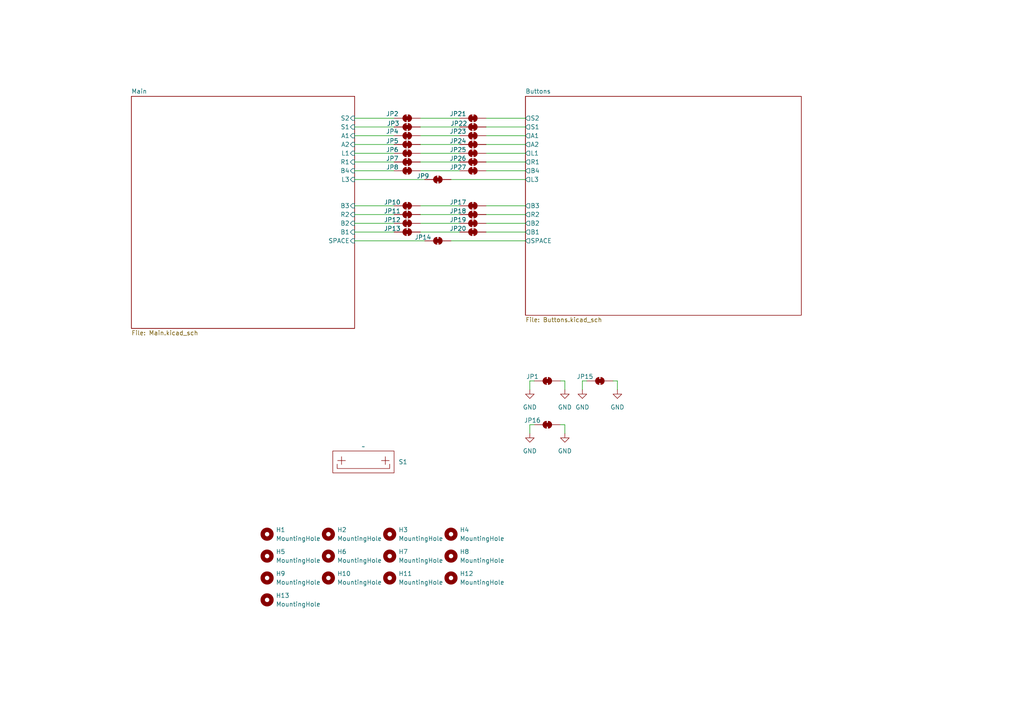
<source format=kicad_sch>
(kicad_sch (version 20231120) (generator "eeschema") (generator_version "8.0")
  (paper "A4")
  (lib_symbols
    (symbol "Jumper:SolderJumper_2_Bridged" (pin_numbers hide) (pin_names (offset 0) hide) (exclude_from_sim yes) (in_bom no)
      (property "Reference" "JP" (at 0 2.032 0))
      (property "Value" "SolderJumper_2_Bridged" (at 0 -2.54 0))
      (symbol "SolderJumper_2_Bridged_0_1"
        (rectangle (start -0.508 0.508) (end 0.508 -0.508) (fill (type outline)))
        (arc (start -0.254 1.016) (mid -1.2656 0) (end -0.254 -1.016))
        (arc (start -0.254 1.016) (mid -1.2656 0) (end -0.254 -1.016) (fill (type outline)))
        (polyline (pts (xy -0.254 1.016) (xy -0.254 -1.016)))
        (polyline (pts (xy 0.254 1.016) (xy 0.254 -1.016)))
        (arc (start 0.254 -1.016) (mid 1.2656 0) (end 0.254 1.016))
        (arc (start 0.254 -1.016) (mid 1.2656 0) (end 0.254 1.016) (fill (type outline)))
      )
      (symbol "SolderJumper_2_Bridged_1_1"
        (pin passive line (at -3.81 0 0) (length 2.54) (name "A") (number "1"))
        (pin passive line (at 3.81 0 180) (length 2.54) (name "B") (number "2"))
      )
    )
    (symbol "Keyboard:Stabilizer_MX_2u" (in_bom no)
      (property "Reference" "S" (at 0 0 0))
      (symbol "Stabilizer_MX_2u_0_1"
        (rectangle (start -8.89 -1.27) (end 8.89 -7.62))
      )
      (symbol "Stabilizer_MX_2u_1_1"
        (polyline (pts (xy -7.62 -5.08) (xy -7.62 -6.35) (xy 7.62 -6.35) (xy 7.62 -5.08)))
        (text "+" (at -6.35 -3.81 0) (effects (font (size 3 3))))
        (text "+" (at 6.35 -3.81 0) (effects (font (size 3 3))))
      )
    )
    (symbol "Mechanical:MountingHole" (pin_names (offset 1.016)) (exclude_from_sim yes) (in_bom no)
      (property "Reference" "H" (at 0 5.08 0))
      (property "Value" "MountingHole" (at 0 3.175 0))
      (symbol "MountingHole_0_1"
        (circle (center 0 0) (radius 1.27) (stroke (width 1.27)))
      )
    )
    (symbol "power:GND" (power) (pin_numbers hide) (pin_names (offset 0) hide)
      (property "Value" "GND" (at 0 -3.81 0))
      (symbol "GND_0_1"
        (polyline (pts (xy 0 0) (xy 0 -1.27) (xy 1.27 -1.27) (xy 0 -2.54) (xy -1.27 -1.27) (xy 0 -1.27)))
      )
      (symbol "GND_1_1"
        (pin power_in line (at 0 0 270) (length 0) (name "~") (number "1"))
      )
    )
  )
  (wire (pts (xy 140.97 39.37) (xy 152.4 39.37)))
  (wire (pts (xy 168.91 110.49) (xy 168.91 113.03)))
  (wire (pts (xy 102.87 41.91) (xy 114.3 41.91)))
  (wire (pts (xy 140.97 41.91) (xy 152.4 41.91)))
  (wire (pts (xy 170.18 110.49) (xy 168.91 110.49)))
  (wire (pts (xy 153.67 123.19) (xy 153.67 125.73)))
  (wire (pts (xy 121.92 59.69) (xy 133.35 59.69)))
  (wire (pts (xy 121.92 36.83) (xy 133.35 36.83)))
  (wire (pts (xy 179.07 110.49) (xy 177.8 110.49)))
  (wire (pts (xy 140.97 34.29) (xy 152.4 34.29)))
  (wire (pts (xy 179.07 113.03) (xy 179.07 110.49)))
  (wire (pts (xy 163.83 113.03) (xy 163.83 110.49)))
  (wire (pts (xy 102.87 44.45) (xy 114.3 44.45)))
  (wire (pts (xy 102.87 59.69) (xy 114.3 59.69)))
  (wire (pts (xy 102.87 46.99) (xy 114.3 46.99)))
  (wire (pts (xy 140.97 62.23) (xy 152.4 62.23)))
  (wire (pts (xy 121.92 34.29) (xy 133.35 34.29)))
  (wire (pts (xy 130.81 69.85) (xy 152.4 69.85)))
  (wire (pts (xy 102.87 67.31) (xy 114.3 67.31)))
  (wire (pts (xy 102.87 62.23) (xy 114.3 62.23)))
  (wire (pts (xy 140.97 59.69) (xy 152.4 59.69)))
  (wire (pts (xy 102.87 36.83) (xy 114.3 36.83)))
  (wire (pts (xy 130.81 52.07) (xy 152.4 52.07)))
  (wire (pts (xy 121.92 39.37) (xy 133.35 39.37)))
  (wire (pts (xy 102.87 39.37) (xy 114.3 39.37)))
  (wire (pts (xy 140.97 67.31) (xy 152.4 67.31)))
  (wire (pts (xy 154.94 110.49) (xy 153.67 110.49)))
  (wire (pts (xy 140.97 64.77) (xy 152.4 64.77)))
  (wire (pts (xy 121.92 46.99) (xy 133.35 46.99)))
  (wire (pts (xy 102.87 34.29) (xy 114.3 34.29)))
  (wire (pts (xy 102.87 69.85) (xy 123.19 69.85)))
  (wire (pts (xy 154.94 123.19) (xy 153.67 123.19)))
  (wire (pts (xy 140.97 36.83) (xy 152.4 36.83)))
  (wire (pts (xy 121.92 41.91) (xy 133.35 41.91)))
  (wire (pts (xy 140.97 44.45) (xy 152.4 44.45)))
  (wire (pts (xy 121.92 64.77) (xy 133.35 64.77)))
  (wire (pts (xy 121.92 62.23) (xy 133.35 62.23)))
  (wire (pts (xy 102.87 64.77) (xy 114.3 64.77)))
  (wire (pts (xy 163.83 125.73) (xy 163.83 123.19)))
  (wire (pts (xy 121.92 44.45) (xy 133.35 44.45)))
  (wire (pts (xy 121.92 49.53) (xy 133.35 49.53)))
  (wire (pts (xy 140.97 49.53) (xy 152.4 49.53)))
  (wire (pts (xy 140.97 46.99) (xy 152.4 46.99)))
  (wire (pts (xy 102.87 49.53) (xy 114.3 49.53)))
  (wire (pts (xy 153.67 110.49) (xy 153.67 113.03)))
  (wire (pts (xy 163.83 110.49) (xy 162.56 110.49)))
  (wire (pts (xy 163.83 123.19) (xy 162.56 123.19)))
  (wire (pts (xy 121.92 67.31) (xy 133.35 67.31)))
  (wire (pts (xy 102.87 52.07) (xy 123.19 52.07)))
  (symbol (lib_id "Mechanical:MountingHole") (at 77.47 167.64 0) (unit 1) (exclude_from_sim yes) (in_bom no)
    (property "Reference" "H9" (at 80.01 166.3699 0) (effects (justify left)))
    (property "Value" "MountingHole" (at 80.01 168.9099 0) (effects (justify left)))
    (property "Footprint" "MountingHole:MountingHole_3.2mm_M3" (effects (hide yes)))
    (property "Description" "Mounting Hole without connection" (effects (hide yes)))
  )
  (symbol (lib_id "power:GND") (at 179.07 113.03 0) (unit 1)
    (property "Reference" "#PWR048" (effects (hide yes)))
    (property "Value" "GND" (at 179.07 118.11 0))
    (property "Description" "Power symbol creates a global label with name \"GND\" , ground" (effects (hide yes)))
  )
  (symbol (lib_id "Mechanical:MountingHole") (at 113.03 161.29 0) (unit 1) (exclude_from_sim yes) (in_bom no)
    (property "Reference" "H7" (at 115.57 160.0199 0) (effects (justify left)))
    (property "Value" "MountingHole" (at 115.57 162.5599 0) (effects (justify left)))
    (property "Footprint" "MountingHole:MountingHole_3.2mm_M3" (effects (hide yes)))
    (property "Description" "Mounting Hole without connection" (effects (hide yes)))
  )
  (symbol (lib_id "Jumper:SolderJumper_2_Bridged") (at 118.11 44.45 0) (unit 1) (exclude_from_sim yes) (in_bom no)
    (property "Reference" "JP6" (at 113.792 43.434 0))
    (property "Value" "SolderJumper_2_Bridged" (effects (hide yes)))
    (property "Footprint" "Fightstick_Library:EdgeSolderJumper-2_P1.3mm_Bridged_RoundedPad1.0x1.5mm" (effects (hide yes)))
    (property "Description" "Solder Jumper, 2-pole, closed/bridged" (effects (hide yes)))
  )
  (symbol (lib_id "Mechanical:MountingHole") (at 95.25 161.29 0) (unit 1) (exclude_from_sim yes) (in_bom no)
    (property "Reference" "H6" (at 97.79 160.0199 0) (effects (justify left)))
    (property "Value" "MountingHole" (at 97.79 162.5599 0) (effects (justify left)))
    (property "Footprint" "MountingHole:MountingHole_3.2mm_M3" (effects (hide yes)))
    (property "Description" "Mounting Hole without connection" (effects (hide yes)))
  )
  (symbol (lib_id "Jumper:SolderJumper_2_Bridged") (at 173.99 110.49 0) (unit 1) (exclude_from_sim yes) (in_bom no)
    (property "Reference" "JP15" (at 169.672 109.22 0))
    (property "Value" "SolderJumper_2_Bridged" (effects (hide yes)))
    (property "Footprint" "Fightstick_Library:EdgeSolderJumper-2_P1.3mm_Bridged_RoundedPad1.0x1.5mm" (effects (hide yes)))
    (property "Description" "Solder Jumper, 2-pole, closed/bridged" (effects (hide yes)))
  )
  (symbol (lib_id "Jumper:SolderJumper_2_Bridged") (at 118.11 36.83 0) (unit 1) (exclude_from_sim yes) (in_bom no)
    (property "Reference" "JP3" (at 114.046 35.814 0))
    (property "Value" "SolderJumper_2_Bridged" (effects (hide yes)))
    (property "Footprint" "Fightstick_Library:EdgeSolderJumper-2_P1.3mm_Bridged_RoundedPad1.0x1.5mm" (effects (hide yes)))
    (property "Description" "Solder Jumper, 2-pole, closed/bridged" (effects (hide yes)))
  )
  (symbol (lib_id "Mechanical:MountingHole") (at 77.47 161.29 0) (unit 1) (exclude_from_sim yes) (in_bom no)
    (property "Reference" "H5" (at 80.01 160.0199 0) (effects (justify left)))
    (property "Value" "MountingHole" (at 80.01 162.5599 0) (effects (justify left)))
    (property "Footprint" "MountingHole:MountingHole_3.2mm_M3" (effects (hide yes)))
    (property "Description" "Mounting Hole without connection" (effects (hide yes)))
  )
  (symbol (lib_id "Jumper:SolderJumper_2_Bridged") (at 118.11 64.77 0) (unit 1) (exclude_from_sim yes) (in_bom no)
    (property "Reference" "JP12" (at 113.792 63.754 0))
    (property "Value" "SolderJumper_2_Bridged" (effects (hide yes)))
    (property "Footprint" "Fightstick_Library:EdgeSolderJumper-2_P1.3mm_Bridged_RoundedPad1.0x1.5mm" (effects (hide yes)))
    (property "Description" "Solder Jumper, 2-pole, closed/bridged" (effects (hide yes)))
  )
  (symbol (lib_id "Mechanical:MountingHole") (at 130.81 154.94 0) (unit 1) (exclude_from_sim yes) (in_bom no)
    (property "Reference" "H4" (at 133.35 153.6699 0) (effects (justify left)))
    (property "Value" "MountingHole" (at 133.35 156.2099 0) (effects (justify left)))
    (property "Footprint" "MountingHole:MountingHole_3.2mm_M3" (effects (hide yes)))
    (property "Description" "Mounting Hole without connection" (effects (hide yes)))
  )
  (symbol (lib_id "Jumper:SolderJumper_2_Bridged") (at 127 69.85 0) (unit 1) (exclude_from_sim yes) (in_bom no)
    (property "Reference" "JP14" (at 122.682 68.834 0))
    (property "Value" "SolderJumper_2_Bridged" (effects (hide yes)))
    (property "Footprint" "Fightstick_Library:EdgeSolderJumper-2_P1.3mm_Bridged_RoundedPad1.0x1.5mm" (effects (hide yes)))
    (property "Description" "Solder Jumper, 2-pole, closed/bridged" (effects (hide yes)))
  )
  (symbol (lib_id "Jumper:SolderJumper_2_Bridged") (at 118.11 41.91 0) (unit 1) (exclude_from_sim yes) (in_bom no)
    (property "Reference" "JP5" (at 113.792 40.894 0))
    (property "Value" "SolderJumper_2_Bridged" (effects (hide yes)))
    (property "Footprint" "Fightstick_Library:EdgeSolderJumper-2_P1.3mm_Bridged_RoundedPad1.0x1.5mm" (effects (hide yes)))
    (property "Description" "Solder Jumper, 2-pole, closed/bridged" (effects (hide yes)))
  )
  (symbol (lib_id "Jumper:SolderJumper_2_Bridged") (at 118.11 62.23 0) (unit 1) (exclude_from_sim yes) (in_bom no)
    (property "Reference" "JP11" (at 113.792 61.214 0))
    (property "Value" "SolderJumper_2_Bridged" (effects (hide yes)))
    (property "Footprint" "Fightstick_Library:EdgeSolderJumper-2_P1.3mm_Bridged_RoundedPad1.0x1.5mm" (effects (hide yes)))
    (property "Description" "Solder Jumper, 2-pole, closed/bridged" (effects (hide yes)))
  )
  (symbol (lib_id "Jumper:SolderJumper_2_Bridged") (at 137.16 44.45 0) (unit 1) (exclude_from_sim yes) (in_bom no)
    (property "Reference" "JP25" (at 132.842 43.434 0))
    (property "Value" "SolderJumper_2_Bridged" (effects (hide yes)))
    (property "Footprint" "Fightstick_Library:EdgeSolderJumper-2_P1.3mm_Bridged_RoundedPad1.0x1.5mm" (effects (hide yes)))
    (property "Description" "Solder Jumper, 2-pole, closed/bridged" (effects (hide yes)))
  )
  (symbol (lib_id "Jumper:SolderJumper_2_Bridged") (at 158.75 123.19 0) (unit 1) (exclude_from_sim yes) (in_bom no)
    (property "Reference" "JP16" (at 154.432 121.92 0))
    (property "Value" "SolderJumper_2_Bridged" (effects (hide yes)))
    (property "Footprint" "Fightstick_Library:EdgeSolderJumper-2_P1.3mm_Bridged_RoundedPad1.0x1.5mm" (effects (hide yes)))
    (property "Description" "Solder Jumper, 2-pole, closed/bridged" (effects (hide yes)))
  )
  (symbol (lib_id "Jumper:SolderJumper_2_Bridged") (at 137.16 59.69 0) (unit 1) (exclude_from_sim yes) (in_bom no)
    (property "Reference" "JP17" (at 132.842 58.674 0))
    (property "Value" "SolderJumper_2_Bridged" (effects (hide yes)))
    (property "Footprint" "Fightstick_Library:EdgeSolderJumper-2_P1.3mm_Bridged_RoundedPad1.0x1.5mm" (effects (hide yes)))
    (property "Description" "Solder Jumper, 2-pole, closed/bridged" (effects (hide yes)))
  )
  (symbol (lib_id "Jumper:SolderJumper_2_Bridged") (at 118.11 49.53 0) (unit 1) (exclude_from_sim yes) (in_bom no)
    (property "Reference" "JP8" (at 113.792 48.514 0))
    (property "Value" "SolderJumper_2_Bridged" (effects (hide yes)))
    (property "Footprint" "Fightstick_Library:EdgeSolderJumper-2_P1.3mm_Bridged_RoundedPad1.0x1.5mm" (effects (hide yes)))
    (property "Description" "Solder Jumper, 2-pole, closed/bridged" (effects (hide yes)))
  )
  (symbol (lib_id "Jumper:SolderJumper_2_Bridged") (at 118.11 46.99 0) (unit 1) (exclude_from_sim yes) (in_bom no)
    (property "Reference" "JP7" (at 113.792 45.974 0))
    (property "Value" "SolderJumper_2_Bridged" (effects (hide yes)))
    (property "Footprint" "Fightstick_Library:EdgeSolderJumper-2_P1.3mm_Bridged_RoundedPad1.0x1.5mm" (effects (hide yes)))
    (property "Description" "Solder Jumper, 2-pole, closed/bridged" (effects (hide yes)))
  )
  (symbol (lib_id "Mechanical:MountingHole") (at 95.25 154.94 0) (unit 1) (exclude_from_sim yes) (in_bom no)
    (property "Reference" "H2" (at 97.79 153.6699 0) (effects (justify left)))
    (property "Value" "MountingHole" (at 97.79 156.2099 0) (effects (justify left)))
    (property "Footprint" "MountingHole:MountingHole_3.2mm_M3" (effects (hide yes)))
    (property "Description" "Mounting Hole without connection" (effects (hide yes)))
  )
  (symbol (lib_id "power:GND") (at 168.91 113.03 0) (unit 1)
    (property "Reference" "#PWR047" (effects (hide yes)))
    (property "Value" "GND" (at 168.91 118.11 0))
    (property "Description" "Power symbol creates a global label with name \"GND\" , ground" (effects (hide yes)))
  )
  (symbol (lib_id "Jumper:SolderJumper_2_Bridged") (at 137.16 67.31 0) (unit 1) (exclude_from_sim yes) (in_bom no)
    (property "Reference" "JP20" (at 132.842 66.294 0))
    (property "Value" "SolderJumper_2_Bridged" (effects (hide yes)))
    (property "Footprint" "Fightstick_Library:EdgeSolderJumper-2_P1.3mm_Bridged_RoundedPad1.0x1.5mm" (effects (hide yes)))
    (property "Description" "Solder Jumper, 2-pole, closed/bridged" (effects (hide yes)))
  )
  (symbol (lib_id "Mechanical:MountingHole") (at 77.47 173.99 0) (unit 1) (exclude_from_sim yes) (in_bom no)
    (property "Reference" "H13" (at 80.01 172.7199 0) (effects (justify left)))
    (property "Value" "MountingHole" (at 80.01 175.2599 0) (effects (justify left)))
    (property "Footprint" "MountingHole:MountingHole_3.2mm_M3" (effects (hide yes)))
    (property "Description" "Mounting Hole without connection" (effects (hide yes)))
  )
  (symbol (lib_id "Mechanical:MountingHole") (at 113.03 167.64 0) (unit 1) (exclude_from_sim yes) (in_bom no)
    (property "Reference" "H11" (at 115.57 166.3699 0) (effects (justify left)))
    (property "Value" "MountingHole" (at 115.57 168.9099 0) (effects (justify left)))
    (property "Footprint" "MountingHole:MountingHole_3.2mm_M3" (effects (hide yes)))
    (property "Description" "Mounting Hole without connection" (effects (hide yes)))
  )
  (symbol (lib_id "Jumper:SolderJumper_2_Bridged") (at 137.16 49.53 0) (unit 1) (exclude_from_sim yes) (in_bom no)
    (property "Reference" "JP27" (at 132.842 48.514 0))
    (property "Value" "SolderJumper_2_Bridged" (effects (hide yes)))
    (property "Footprint" "Fightstick_Library:EdgeSolderJumper-2_P1.3mm_Bridged_RoundedPad1.0x1.5mm" (effects (hide yes)))
    (property "Description" "Solder Jumper, 2-pole, closed/bridged" (effects (hide yes)))
  )
  (symbol (lib_id "Jumper:SolderJumper_2_Bridged") (at 137.16 41.91 0) (unit 1) (exclude_from_sim yes) (in_bom no)
    (property "Reference" "JP24" (at 132.842 40.894 0))
    (property "Value" "SolderJumper_2_Bridged" (effects (hide yes)))
    (property "Footprint" "Fightstick_Library:EdgeSolderJumper-2_P1.3mm_Bridged_RoundedPad1.0x1.5mm" (effects (hide yes)))
    (property "Description" "Solder Jumper, 2-pole, closed/bridged" (effects (hide yes)))
  )
  (symbol (lib_id "Jumper:SolderJumper_2_Bridged") (at 137.16 64.77 0) (unit 1) (exclude_from_sim yes) (in_bom no)
    (property "Reference" "JP19" (at 132.842 63.754 0))
    (property "Value" "SolderJumper_2_Bridged" (effects (hide yes)))
    (property "Footprint" "Fightstick_Library:EdgeSolderJumper-2_P1.3mm_Bridged_RoundedPad1.0x1.5mm" (effects (hide yes)))
    (property "Description" "Solder Jumper, 2-pole, closed/bridged" (effects (hide yes)))
  )
  (symbol (lib_id "power:GND") (at 153.67 113.03 0) (unit 1)
    (property "Reference" "#PWR045" (effects (hide yes)))
    (property "Value" "GND" (at 153.67 118.11 0))
    (property "Description" "Power symbol creates a global label with name \"GND\" , ground" (effects (hide yes)))
  )
  (symbol (lib_id "Mechanical:MountingHole") (at 130.81 167.64 0) (unit 1) (exclude_from_sim yes) (in_bom no)
    (property "Reference" "H12" (at 133.35 166.3699 0) (effects (justify left)))
    (property "Value" "MountingHole" (at 133.35 168.9099 0) (effects (justify left)))
    (property "Footprint" "MountingHole:MountingHole_3.2mm_M3" (effects (hide yes)))
    (property "Description" "Mounting Hole without connection" (effects (hide yes)))
  )
  (symbol (lib_id "Mechanical:MountingHole") (at 77.47 154.94 0) (unit 1) (exclude_from_sim yes) (in_bom no)
    (property "Reference" "H1" (at 80.01 153.6699 0) (effects (justify left)))
    (property "Value" "MountingHole" (at 80.01 156.2099 0) (effects (justify left)))
    (property "Footprint" "MountingHole:MountingHole_3.2mm_M3" (effects (hide yes)))
    (property "Description" "Mounting Hole without connection" (effects (hide yes)))
  )
  (symbol (lib_id "Jumper:SolderJumper_2_Bridged") (at 118.11 67.31 0) (unit 1) (exclude_from_sim yes) (in_bom no)
    (property "Reference" "JP13" (at 113.792 66.294 0))
    (property "Value" "SolderJumper_2_Bridged" (effects (hide yes)))
    (property "Footprint" "Fightstick_Library:EdgeSolderJumper-2_P1.3mm_Bridged_RoundedPad1.0x1.5mm" (effects (hide yes)))
    (property "Description" "Solder Jumper, 2-pole, closed/bridged" (effects (hide yes)))
  )
  (symbol (lib_id "Jumper:SolderJumper_2_Bridged") (at 118.11 39.37 0) (unit 1) (exclude_from_sim yes) (in_bom no)
    (property "Reference" "JP4" (at 113.792 38.1 0))
    (property "Value" "SolderJumper_2_Bridged" (effects (hide yes)))
    (property "Footprint" "Fightstick_Library:EdgeSolderJumper-2_P1.3mm_Bridged_RoundedPad1.0x1.5mm" (effects (hide yes)))
    (property "Description" "Solder Jumper, 2-pole, closed/bridged" (effects (hide yes)))
  )
  (symbol (lib_id "Jumper:SolderJumper_2_Bridged") (at 137.16 34.29 0) (unit 1) (exclude_from_sim yes) (in_bom no)
    (property "Reference" "JP21" (at 132.842 33.02 0))
    (property "Value" "SolderJumper_2_Bridged" (effects (hide yes)))
    (property "Footprint" "Fightstick_Library:EdgeSolderJumper-2_P1.3mm_Bridged_RoundedPad1.0x1.5mm" (effects (hide yes)))
    (property "Description" "Solder Jumper, 2-pole, closed/bridged" (effects (hide yes)))
  )
  (symbol (lib_id "Jumper:SolderJumper_2_Bridged") (at 158.75 110.49 0) (unit 1) (exclude_from_sim yes) (in_bom no)
    (property "Reference" "JP1" (at 154.432 109.22 0))
    (property "Value" "SolderJumper_2_Bridged" (effects (hide yes)))
    (property "Footprint" "Fightstick_Library:EdgeSolderJumper-2_P1.3mm_Bridged_RoundedPad1.0x1.5mm" (effects (hide yes)))
    (property "Description" "Solder Jumper, 2-pole, closed/bridged" (effects (hide yes)))
  )
  (symbol (lib_id "power:GND") (at 163.83 113.03 0) (unit 1)
    (property "Reference" "#PWR046" (effects (hide yes)))
    (property "Value" "GND" (at 163.83 118.11 0))
    (property "Description" "Power symbol creates a global label with name \"GND\" , ground" (effects (hide yes)))
  )
  (symbol (lib_id "Jumper:SolderJumper_2_Bridged") (at 137.16 39.37 0) (unit 1) (exclude_from_sim yes) (in_bom no)
    (property "Reference" "JP23" (at 132.842 38.1 0))
    (property "Value" "SolderJumper_2_Bridged" (effects (hide yes)))
    (property "Footprint" "Fightstick_Library:EdgeSolderJumper-2_P1.3mm_Bridged_RoundedPad1.0x1.5mm" (effects (hide yes)))
    (property "Description" "Solder Jumper, 2-pole, closed/bridged" (effects (hide yes)))
  )
  (symbol (lib_id "Jumper:SolderJumper_2_Bridged") (at 137.16 62.23 0) (unit 1) (exclude_from_sim yes) (in_bom no)
    (property "Reference" "JP18" (at 132.842 61.214 0))
    (property "Value" "SolderJumper_2_Bridged" (effects (hide yes)))
    (property "Footprint" "Fightstick_Library:EdgeSolderJumper-2_P1.3mm_Bridged_RoundedPad1.0x1.5mm" (effects (hide yes)))
    (property "Description" "Solder Jumper, 2-pole, closed/bridged" (effects (hide yes)))
  )
  (symbol (lib_id "Keyboard:Stabilizer_MX_2u") (at 105.41 129.54 0) (unit 1) (in_bom no)
    (property "Reference" "S1" (at 115.57 133.985 0) (effects (justify left)))
    (property "Value" "~" (at 105.41 129.54 0))
    (property "Footprint" "PCM_Mounting_Keyboard_Stabilizer:Stabilizer_Cherry_MX_2.00u" (effects (hide yes)))
  )
  (symbol (lib_id "power:GND") (at 153.67 125.73 0) (unit 1)
    (property "Reference" "#PWR049" (effects (hide yes)))
    (property "Value" "GND" (at 153.67 130.81 0))
    (property "Description" "Power symbol creates a global label with name \"GND\" , ground" (effects (hide yes)))
  )
  (symbol (lib_id "Jumper:SolderJumper_2_Bridged") (at 118.11 34.29 0) (unit 1) (exclude_from_sim yes) (in_bom no)
    (property "Reference" "JP2" (at 113.792 33.02 0))
    (property "Value" "SolderJumper_2_Bridged" (effects (hide yes)))
    (property "Footprint" "Fightstick_Library:EdgeSolderJumper-2_P1.3mm_Bridged_RoundedPad1.0x1.5mm" (effects (hide yes)))
    (property "Description" "Solder Jumper, 2-pole, closed/bridged" (effects (hide yes)))
  )
  (symbol (lib_id "Jumper:SolderJumper_2_Bridged") (at 127 52.07 0) (unit 1) (exclude_from_sim yes) (in_bom no)
    (property "Reference" "JP9" (at 122.682 51.054 0))
    (property "Value" "SolderJumper_2_Bridged" (effects (hide yes)))
    (property "Footprint" "Fightstick_Library:EdgeSolderJumper-2_P1.3mm_Bridged_RoundedPad1.0x1.5mm" (effects (hide yes)))
    (property "Description" "Solder Jumper, 2-pole, closed/bridged" (effects (hide yes)))
  )
  (symbol (lib_id "Mechanical:MountingHole") (at 95.25 167.64 0) (unit 1) (exclude_from_sim yes) (in_bom no)
    (property "Reference" "H10" (at 97.79 166.3699 0) (effects (justify left)))
    (property "Value" "MountingHole" (at 97.79 168.9099 0) (effects (justify left)))
    (property "Footprint" "MountingHole:MountingHole_3.2mm_M3" (effects (hide yes)))
    (property "Description" "Mounting Hole without connection" (effects (hide yes)))
  )
  (symbol (lib_id "Mechanical:MountingHole") (at 113.03 154.94 0) (unit 1) (exclude_from_sim yes) (in_bom no)
    (property "Reference" "H3" (at 115.57 153.6699 0) (effects (justify left)))
    (property "Value" "MountingHole" (at 115.57 156.2099 0) (effects (justify left)))
    (property "Footprint" "MountingHole:MountingHole_3.2mm_M3" (effects (hide yes)))
    (property "Description" "Mounting Hole without connection" (effects (hide yes)))
  )
  (symbol (lib_id "Jumper:SolderJumper_2_Bridged") (at 118.11 59.69 0) (unit 1) (exclude_from_sim yes) (in_bom no)
    (property "Reference" "JP10" (at 113.792 58.674 0))
    (property "Value" "SolderJumper_2_Bridged" (effects (hide yes)))
    (property "Footprint" "Fightstick_Library:EdgeSolderJumper-2_P1.3mm_Bridged_RoundedPad1.0x1.5mm" (effects (hide yes)))
    (property "Description" "Solder Jumper, 2-pole, closed/bridged" (effects (hide yes)))
  )
  (symbol (lib_id "Mechanical:MountingHole") (at 130.81 161.29 0) (unit 1) (exclude_from_sim yes) (in_bom no)
    (property "Reference" "H8" (at 133.35 160.0199 0) (effects (justify left)))
    (property "Value" "MountingHole" (at 133.35 162.5599 0) (effects (justify left)))
    (property "Footprint" "MountingHole:MountingHole_3.2mm_M3" (effects (hide yes)))
    (property "Description" "Mounting Hole without connection" (effects (hide yes)))
  )
  (symbol (lib_id "Jumper:SolderJumper_2_Bridged") (at 137.16 36.83 0) (unit 1) (exclude_from_sim yes) (in_bom no)
    (property "Reference" "JP22" (at 133.096 35.814 0))
    (property "Value" "SolderJumper_2_Bridged" (effects (hide yes)))
    (property "Footprint" "Fightstick_Library:EdgeSolderJumper-2_P1.3mm_Bridged_RoundedPad1.0x1.5mm" (effects (hide yes)))
    (property "Description" "Solder Jumper, 2-pole, closed/bridged" (effects (hide yes)))
  )
  (symbol (lib_id "power:GND") (at 163.83 125.73 0) (unit 1)
    (property "Reference" "#PWR050" (effects (hide yes)))
    (property "Value" "GND" (at 163.83 130.81 0))
    (property "Description" "Power symbol creates a global label with name \"GND\" , ground" (effects (hide yes)))
  )
  (symbol (lib_id "Jumper:SolderJumper_2_Bridged") (at 137.16 46.99 0) (unit 1) (exclude_from_sim yes) (in_bom no)
    (property "Reference" "JP26" (at 132.842 45.974 0))
    (property "Value" "SolderJumper_2_Bridged" (effects (hide yes)))
    (property "Footprint" "Fightstick_Library:EdgeSolderJumper-2_P1.3mm_Bridged_RoundedPad1.0x1.5mm" (effects (hide yes)))
    (property "Description" "Solder Jumper, 2-pole, closed/bridged" (effects (hide yes)))
  )
  (sheet (at 38.1 27.94) (size 64.77 67.31) (stroke (width 0.1524))
    (property "Sheetname" "Main" (at 38.1 27.2284 0) (effects (justify left bottom)))
    (property "Sheetfile" "Main.kicad_sch" (at 38.1 95.8346 0) (effects (justify left top)))
    (pin "A2" input (at 102.87 41.91 0))
    (pin "R1" input (at 102.87 46.99 0))
    (pin "B3" input (at 102.87 59.69 0))
    (pin "L3" input (at 102.87 52.07 0))
    (pin "R2" input (at 102.87 62.23 0))
    (pin "B2" input (at 102.87 64.77 0))
    (pin "B4" input (at 102.87 49.53 0))
    (pin "B1" input (at 102.87 67.31 0))
    (pin "L1" input (at 102.87 44.45 0))
    (pin "A1" input (at 102.87 39.37 0))
    (pin "S2" input (at 102.87 34.29 0))
    (pin "S1" input (at 102.87 36.83 0))
    (pin "SPACE" input (at 102.87 69.85 0))
  )
  (sheet (at 152.4 27.94) (size 80.01 63.5) (stroke (width 0.1524))
    (property "Sheetname" "Buttons" (at 152.4 27.2284 0) (effects (justify left bottom)))
    (property "Sheetfile" "Buttons.kicad_sch" (at 152.4 92.0246 0) (effects (justify left top)))
    (pin "A2" output (at 152.4 41.91 180))
    (pin "A1" output (at 152.4 39.37 180))
    (pin "L1" output (at 152.4 44.45 180))
    (pin "B2" output (at 152.4 64.77 180))
    (pin "B4" output (at 152.4 49.53 180))
    (pin "B3" output (at 152.4 59.69 180))
    (pin "L3" output (at 152.4 52.07 180))
    (pin "B1" output (at 152.4 67.31 180))
    (pin "R1" output (at 152.4 46.99 180))
    (pin "S1" output (at 152.4 36.83 180))
    (pin "R2" output (at 152.4 62.23 180))
    (pin "S2" output (at 152.4 34.29 180))
    (pin "SPACE" output (at 152.4 69.85 180))
  )
)
</source>
